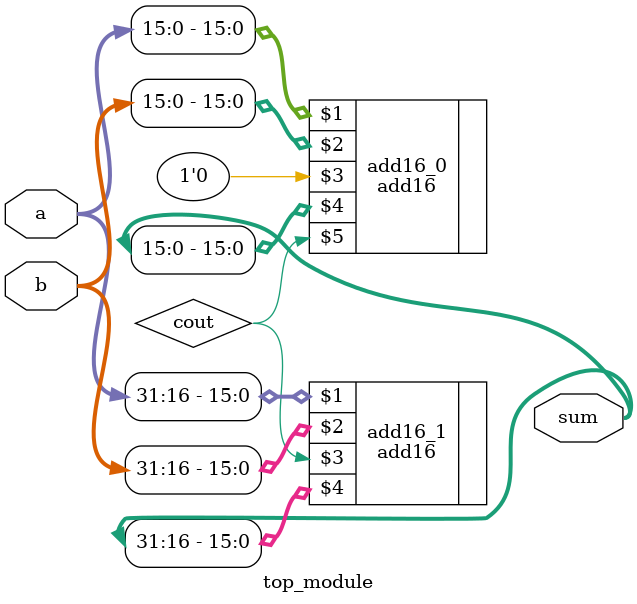
<source format=v>
module top_module(
    input [31:0] a,
    input [31:0] b,
    output [31:0] sum
);

wire cout;
add16 add16_0 (a[15:0], b[15:0], 1'b0, sum[15:0], cout);
add16 add16_1 (a[31:16], b[31:16], cout, sum[31:16], );

endmodule
</source>
